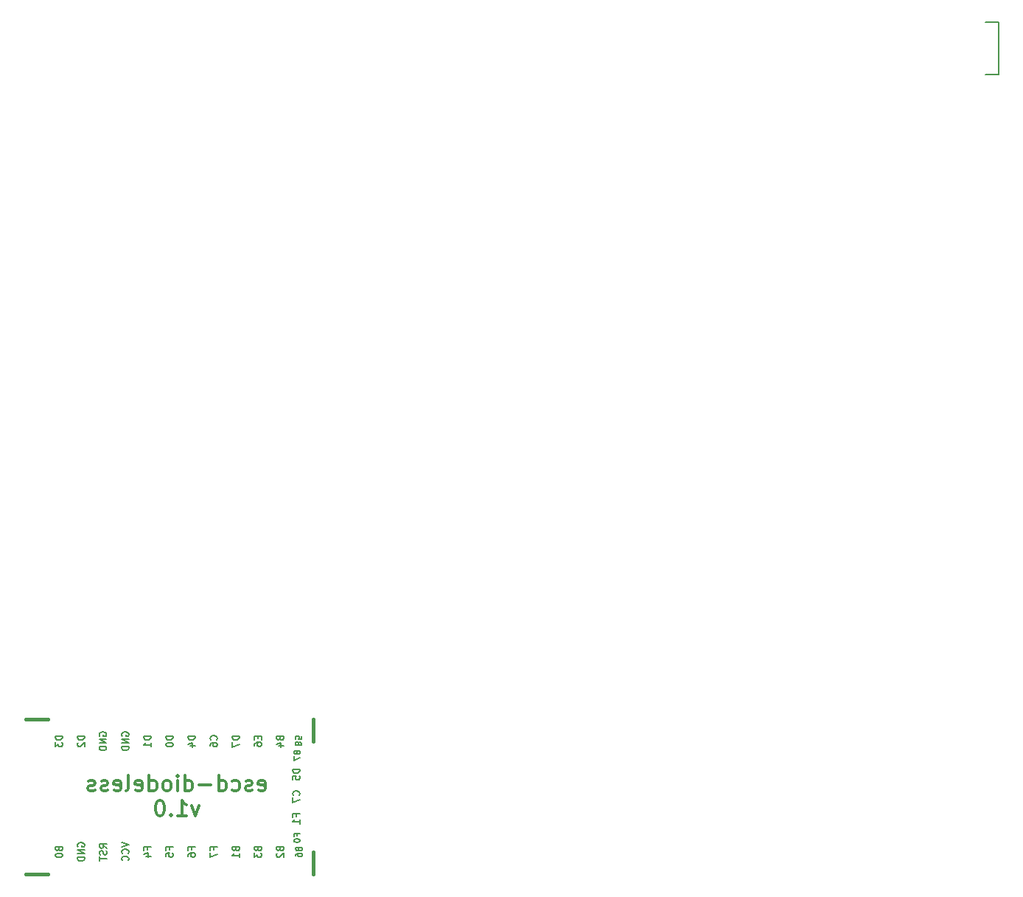
<source format=gbo>
%TF.GenerationSoftware,KiCad,Pcbnew,(6.0.4-0)*%
%TF.CreationDate,2022-04-23T01:33:07+09:00*%
%TF.ProjectId,diodeless,64696f64-656c-4657-9373-2e6b69636164,rev?*%
%TF.SameCoordinates,Original*%
%TF.FileFunction,Legend,Bot*%
%TF.FilePolarity,Positive*%
%FSLAX46Y46*%
G04 Gerber Fmt 4.6, Leading zero omitted, Abs format (unit mm)*
G04 Created by KiCad (PCBNEW (6.0.4-0)) date 2022-04-23 01:33:07*
%MOMM*%
%LPD*%
G01*
G04 APERTURE LIST*
%ADD10C,0.300000*%
%ADD11C,0.150000*%
%ADD12C,0.381000*%
G04 APERTURE END LIST*
D10*
X38994171Y-132273971D02*
X39165600Y-132359685D01*
X39508457Y-132359685D01*
X39679885Y-132273971D01*
X39765600Y-132102542D01*
X39765600Y-131416828D01*
X39679885Y-131245400D01*
X39508457Y-131159685D01*
X39165600Y-131159685D01*
X38994171Y-131245400D01*
X38908457Y-131416828D01*
X38908457Y-131588257D01*
X39765600Y-131759685D01*
X38222742Y-132273971D02*
X38051314Y-132359685D01*
X37708457Y-132359685D01*
X37537028Y-132273971D01*
X37451314Y-132102542D01*
X37451314Y-132016828D01*
X37537028Y-131845400D01*
X37708457Y-131759685D01*
X37965600Y-131759685D01*
X38137028Y-131673971D01*
X38222742Y-131502542D01*
X38222742Y-131416828D01*
X38137028Y-131245400D01*
X37965600Y-131159685D01*
X37708457Y-131159685D01*
X37537028Y-131245400D01*
X35908457Y-132273971D02*
X36079885Y-132359685D01*
X36422742Y-132359685D01*
X36594171Y-132273971D01*
X36679885Y-132188257D01*
X36765600Y-132016828D01*
X36765600Y-131502542D01*
X36679885Y-131331114D01*
X36594171Y-131245400D01*
X36422742Y-131159685D01*
X36079885Y-131159685D01*
X35908457Y-131245400D01*
X34365600Y-132359685D02*
X34365600Y-130559685D01*
X34365600Y-132273971D02*
X34537028Y-132359685D01*
X34879885Y-132359685D01*
X35051314Y-132273971D01*
X35137028Y-132188257D01*
X35222742Y-132016828D01*
X35222742Y-131502542D01*
X35137028Y-131331114D01*
X35051314Y-131245400D01*
X34879885Y-131159685D01*
X34537028Y-131159685D01*
X34365600Y-131245400D01*
X33508457Y-131673971D02*
X32137028Y-131673971D01*
X30508457Y-132359685D02*
X30508457Y-130559685D01*
X30508457Y-132273971D02*
X30679885Y-132359685D01*
X31022742Y-132359685D01*
X31194171Y-132273971D01*
X31279885Y-132188257D01*
X31365600Y-132016828D01*
X31365600Y-131502542D01*
X31279885Y-131331114D01*
X31194171Y-131245400D01*
X31022742Y-131159685D01*
X30679885Y-131159685D01*
X30508457Y-131245400D01*
X29651314Y-132359685D02*
X29651314Y-131159685D01*
X29651314Y-130559685D02*
X29737028Y-130645400D01*
X29651314Y-130731114D01*
X29565600Y-130645400D01*
X29651314Y-130559685D01*
X29651314Y-130731114D01*
X28537028Y-132359685D02*
X28708457Y-132273971D01*
X28794171Y-132188257D01*
X28879885Y-132016828D01*
X28879885Y-131502542D01*
X28794171Y-131331114D01*
X28708457Y-131245400D01*
X28537028Y-131159685D01*
X28279885Y-131159685D01*
X28108457Y-131245400D01*
X28022742Y-131331114D01*
X27937028Y-131502542D01*
X27937028Y-132016828D01*
X28022742Y-132188257D01*
X28108457Y-132273971D01*
X28279885Y-132359685D01*
X28537028Y-132359685D01*
X26394171Y-132359685D02*
X26394171Y-130559685D01*
X26394171Y-132273971D02*
X26565600Y-132359685D01*
X26908457Y-132359685D01*
X27079885Y-132273971D01*
X27165600Y-132188257D01*
X27251314Y-132016828D01*
X27251314Y-131502542D01*
X27165600Y-131331114D01*
X27079885Y-131245400D01*
X26908457Y-131159685D01*
X26565600Y-131159685D01*
X26394171Y-131245400D01*
X24851314Y-132273971D02*
X25022742Y-132359685D01*
X25365600Y-132359685D01*
X25537028Y-132273971D01*
X25622742Y-132102542D01*
X25622742Y-131416828D01*
X25537028Y-131245400D01*
X25365600Y-131159685D01*
X25022742Y-131159685D01*
X24851314Y-131245400D01*
X24765600Y-131416828D01*
X24765600Y-131588257D01*
X25622742Y-131759685D01*
X23737028Y-132359685D02*
X23908457Y-132273971D01*
X23994171Y-132102542D01*
X23994171Y-130559685D01*
X22365600Y-132273971D02*
X22537028Y-132359685D01*
X22879885Y-132359685D01*
X23051314Y-132273971D01*
X23137028Y-132102542D01*
X23137028Y-131416828D01*
X23051314Y-131245400D01*
X22879885Y-131159685D01*
X22537028Y-131159685D01*
X22365600Y-131245400D01*
X22279885Y-131416828D01*
X22279885Y-131588257D01*
X23137028Y-131759685D01*
X21594171Y-132273971D02*
X21422742Y-132359685D01*
X21079885Y-132359685D01*
X20908457Y-132273971D01*
X20822742Y-132102542D01*
X20822742Y-132016828D01*
X20908457Y-131845400D01*
X21079885Y-131759685D01*
X21337028Y-131759685D01*
X21508457Y-131673971D01*
X21594171Y-131502542D01*
X21594171Y-131416828D01*
X21508457Y-131245400D01*
X21337028Y-131159685D01*
X21079885Y-131159685D01*
X20908457Y-131245400D01*
X20137028Y-132273971D02*
X19965600Y-132359685D01*
X19622742Y-132359685D01*
X19451314Y-132273971D01*
X19365600Y-132102542D01*
X19365600Y-132016828D01*
X19451314Y-131845400D01*
X19622742Y-131759685D01*
X19879885Y-131759685D01*
X20051314Y-131673971D01*
X20137028Y-131502542D01*
X20137028Y-131416828D01*
X20051314Y-131245400D01*
X19879885Y-131159685D01*
X19622742Y-131159685D01*
X19451314Y-131245400D01*
X32137028Y-134057685D02*
X31708457Y-135257685D01*
X31279885Y-134057685D01*
X29651314Y-135257685D02*
X30679885Y-135257685D01*
X30165600Y-135257685D02*
X30165600Y-133457685D01*
X30337028Y-133714828D01*
X30508457Y-133886257D01*
X30679885Y-133971971D01*
X28879885Y-135086257D02*
X28794171Y-135171971D01*
X28879885Y-135257685D01*
X28965600Y-135171971D01*
X28879885Y-135086257D01*
X28879885Y-135257685D01*
X27679885Y-133457685D02*
X27508457Y-133457685D01*
X27337028Y-133543400D01*
X27251314Y-133629114D01*
X27165600Y-133800542D01*
X27079885Y-134143400D01*
X27079885Y-134571971D01*
X27165600Y-134914828D01*
X27251314Y-135086257D01*
X27337028Y-135171971D01*
X27508457Y-135257685D01*
X27679885Y-135257685D01*
X27851314Y-135171971D01*
X27937028Y-135086257D01*
X28022742Y-134914828D01*
X28108457Y-134571971D01*
X28108457Y-134143400D01*
X28022742Y-133800542D01*
X27937028Y-133629114D01*
X27851314Y-133543400D01*
X27679885Y-133457685D01*
D11*
%TO.C,U1*%
X43337000Y-137520666D02*
X43337000Y-137287333D01*
X43703666Y-137287333D02*
X43003666Y-137287333D01*
X43003666Y-137620666D01*
X43003666Y-138020666D02*
X43003666Y-138087333D01*
X43037000Y-138154000D01*
X43070333Y-138187333D01*
X43137000Y-138220666D01*
X43270333Y-138254000D01*
X43437000Y-138254000D01*
X43570333Y-138220666D01*
X43637000Y-138187333D01*
X43670333Y-138154000D01*
X43703666Y-138087333D01*
X43703666Y-138020666D01*
X43670333Y-137954000D01*
X43637000Y-137920666D01*
X43570333Y-137887333D01*
X43437000Y-137854000D01*
X43270333Y-137854000D01*
X43137000Y-137887333D01*
X43070333Y-137920666D01*
X43037000Y-137954000D01*
X43003666Y-138020666D01*
X38857857Y-126097619D02*
X38857857Y-126364285D01*
X39276904Y-126478571D02*
X39276904Y-126097619D01*
X38476904Y-126097619D01*
X38476904Y-126478571D01*
X38476904Y-127164285D02*
X38476904Y-127011904D01*
X38515000Y-126935714D01*
X38553095Y-126897619D01*
X38667380Y-126821428D01*
X38819761Y-126783333D01*
X39124523Y-126783333D01*
X39200714Y-126821428D01*
X39238809Y-126859523D01*
X39276904Y-126935714D01*
X39276904Y-127088095D01*
X39238809Y-127164285D01*
X39200714Y-127202380D01*
X39124523Y-127240476D01*
X38934047Y-127240476D01*
X38857857Y-127202380D01*
X38819761Y-127164285D01*
X38781666Y-127088095D01*
X38781666Y-126935714D01*
X38819761Y-126859523D01*
X38857857Y-126821428D01*
X38934047Y-126783333D01*
X28697857Y-139083333D02*
X28697857Y-138816666D01*
X29116904Y-138816666D02*
X28316904Y-138816666D01*
X28316904Y-139197619D01*
X28316904Y-139883333D02*
X28316904Y-139502380D01*
X28697857Y-139464285D01*
X28659761Y-139502380D01*
X28621666Y-139578571D01*
X28621666Y-139769047D01*
X28659761Y-139845238D01*
X28697857Y-139883333D01*
X28774047Y-139921428D01*
X28964523Y-139921428D01*
X29040714Y-139883333D01*
X29078809Y-139845238D01*
X29116904Y-139769047D01*
X29116904Y-139578571D01*
X29078809Y-139502380D01*
X29040714Y-139464285D01*
X23275000Y-126040476D02*
X23236904Y-125964285D01*
X23236904Y-125850000D01*
X23275000Y-125735714D01*
X23351190Y-125659523D01*
X23427380Y-125621428D01*
X23579761Y-125583333D01*
X23694047Y-125583333D01*
X23846428Y-125621428D01*
X23922619Y-125659523D01*
X23998809Y-125735714D01*
X24036904Y-125850000D01*
X24036904Y-125926190D01*
X23998809Y-126040476D01*
X23960714Y-126078571D01*
X23694047Y-126078571D01*
X23694047Y-125926190D01*
X24036904Y-126421428D02*
X23236904Y-126421428D01*
X24036904Y-126878571D01*
X23236904Y-126878571D01*
X24036904Y-127259523D02*
X23236904Y-127259523D01*
X23236904Y-127450000D01*
X23275000Y-127564285D01*
X23351190Y-127640476D01*
X23427380Y-127678571D01*
X23579761Y-127716666D01*
X23694047Y-127716666D01*
X23846428Y-127678571D01*
X23922619Y-127640476D01*
X23998809Y-127564285D01*
X24036904Y-127450000D01*
X24036904Y-127259523D01*
X41397857Y-126326190D02*
X41435952Y-126440476D01*
X41474047Y-126478571D01*
X41550238Y-126516666D01*
X41664523Y-126516666D01*
X41740714Y-126478571D01*
X41778809Y-126440476D01*
X41816904Y-126364285D01*
X41816904Y-126059523D01*
X41016904Y-126059523D01*
X41016904Y-126326190D01*
X41055000Y-126402380D01*
X41093095Y-126440476D01*
X41169285Y-126478571D01*
X41245476Y-126478571D01*
X41321666Y-126440476D01*
X41359761Y-126402380D01*
X41397857Y-126326190D01*
X41397857Y-126059523D01*
X41283571Y-127202380D02*
X41816904Y-127202380D01*
X40978809Y-127011904D02*
X41550238Y-126821428D01*
X41550238Y-127316666D01*
X34120714Y-126516666D02*
X34158809Y-126478571D01*
X34196904Y-126364285D01*
X34196904Y-126288095D01*
X34158809Y-126173809D01*
X34082619Y-126097619D01*
X34006428Y-126059523D01*
X33854047Y-126021428D01*
X33739761Y-126021428D01*
X33587380Y-126059523D01*
X33511190Y-126097619D01*
X33435000Y-126173809D01*
X33396904Y-126288095D01*
X33396904Y-126364285D01*
X33435000Y-126478571D01*
X33473095Y-126516666D01*
X33396904Y-127202380D02*
X33396904Y-127050000D01*
X33435000Y-126973809D01*
X33473095Y-126935714D01*
X33587380Y-126859523D01*
X33739761Y-126821428D01*
X34044523Y-126821428D01*
X34120714Y-126859523D01*
X34158809Y-126897619D01*
X34196904Y-126973809D01*
X34196904Y-127126190D01*
X34158809Y-127202380D01*
X34120714Y-127240476D01*
X34044523Y-127278571D01*
X33854047Y-127278571D01*
X33777857Y-127240476D01*
X33739761Y-127202380D01*
X33701666Y-127126190D01*
X33701666Y-126973809D01*
X33739761Y-126897619D01*
X33777857Y-126859523D01*
X33854047Y-126821428D01*
X41397857Y-139026190D02*
X41435952Y-139140476D01*
X41474047Y-139178571D01*
X41550238Y-139216666D01*
X41664523Y-139216666D01*
X41740714Y-139178571D01*
X41778809Y-139140476D01*
X41816904Y-139064285D01*
X41816904Y-138759523D01*
X41016904Y-138759523D01*
X41016904Y-139026190D01*
X41055000Y-139102380D01*
X41093095Y-139140476D01*
X41169285Y-139178571D01*
X41245476Y-139178571D01*
X41321666Y-139140476D01*
X41359761Y-139102380D01*
X41397857Y-139026190D01*
X41397857Y-138759523D01*
X41093095Y-139521428D02*
X41055000Y-139559523D01*
X41016904Y-139635714D01*
X41016904Y-139826190D01*
X41055000Y-139902380D01*
X41093095Y-139940476D01*
X41169285Y-139978571D01*
X41245476Y-139978571D01*
X41359761Y-139940476D01*
X41816904Y-139483333D01*
X41816904Y-139978571D01*
X43256857Y-135273333D02*
X43256857Y-135006666D01*
X43675904Y-135006666D02*
X42875904Y-135006666D01*
X42875904Y-135387619D01*
X43675904Y-136111428D02*
X43675904Y-135654285D01*
X43675904Y-135882857D02*
X42875904Y-135882857D01*
X42990190Y-135806666D01*
X43066380Y-135730476D01*
X43104476Y-135654285D01*
X18195000Y-138740476D02*
X18156904Y-138664285D01*
X18156904Y-138550000D01*
X18195000Y-138435714D01*
X18271190Y-138359523D01*
X18347380Y-138321428D01*
X18499761Y-138283333D01*
X18614047Y-138283333D01*
X18766428Y-138321428D01*
X18842619Y-138359523D01*
X18918809Y-138435714D01*
X18956904Y-138550000D01*
X18956904Y-138626190D01*
X18918809Y-138740476D01*
X18880714Y-138778571D01*
X18614047Y-138778571D01*
X18614047Y-138626190D01*
X18956904Y-139121428D02*
X18156904Y-139121428D01*
X18956904Y-139578571D01*
X18156904Y-139578571D01*
X18956904Y-139959523D02*
X18156904Y-139959523D01*
X18156904Y-140150000D01*
X18195000Y-140264285D01*
X18271190Y-140340476D01*
X18347380Y-140378571D01*
X18499761Y-140416666D01*
X18614047Y-140416666D01*
X18766428Y-140378571D01*
X18842619Y-140340476D01*
X18918809Y-140264285D01*
X18956904Y-140150000D01*
X18956904Y-139959523D01*
X31656904Y-126059523D02*
X30856904Y-126059523D01*
X30856904Y-126250000D01*
X30895000Y-126364285D01*
X30971190Y-126440476D01*
X31047380Y-126478571D01*
X31199761Y-126516666D01*
X31314047Y-126516666D01*
X31466428Y-126478571D01*
X31542619Y-126440476D01*
X31618809Y-126364285D01*
X31656904Y-126250000D01*
X31656904Y-126059523D01*
X31123571Y-127202380D02*
X31656904Y-127202380D01*
X30818809Y-127011904D02*
X31390238Y-126821428D01*
X31390238Y-127316666D01*
X23236904Y-138283333D02*
X24036904Y-138550000D01*
X23236904Y-138816666D01*
X23960714Y-139540476D02*
X23998809Y-139502380D01*
X24036904Y-139388095D01*
X24036904Y-139311904D01*
X23998809Y-139197619D01*
X23922619Y-139121428D01*
X23846428Y-139083333D01*
X23694047Y-139045238D01*
X23579761Y-139045238D01*
X23427380Y-139083333D01*
X23351190Y-139121428D01*
X23275000Y-139197619D01*
X23236904Y-139311904D01*
X23236904Y-139388095D01*
X23275000Y-139502380D01*
X23313095Y-139540476D01*
X23960714Y-140340476D02*
X23998809Y-140302380D01*
X24036904Y-140188095D01*
X24036904Y-140111904D01*
X23998809Y-139997619D01*
X23922619Y-139921428D01*
X23846428Y-139883333D01*
X23694047Y-139845238D01*
X23579761Y-139845238D01*
X23427380Y-139883333D01*
X23351190Y-139921428D01*
X23275000Y-139997619D01*
X23236904Y-140111904D01*
X23236904Y-140188095D01*
X23275000Y-140302380D01*
X23313095Y-140340476D01*
X43537000Y-126883333D02*
X43503666Y-126783333D01*
X43470333Y-126750000D01*
X43403666Y-126716666D01*
X43303666Y-126716666D01*
X43237000Y-126750000D01*
X43203666Y-126783333D01*
X43170333Y-126850000D01*
X43170333Y-127116666D01*
X43870333Y-127116666D01*
X43870333Y-126883333D01*
X43837000Y-126816666D01*
X43803666Y-126783333D01*
X43737000Y-126750000D01*
X43670333Y-126750000D01*
X43603666Y-126783333D01*
X43570333Y-126816666D01*
X43537000Y-126883333D01*
X43537000Y-127116666D01*
X43870333Y-126083333D02*
X43870333Y-126416666D01*
X43537000Y-126450000D01*
X43570333Y-126416666D01*
X43603666Y-126350000D01*
X43603666Y-126183333D01*
X43570333Y-126116666D01*
X43537000Y-126083333D01*
X43470333Y-126050000D01*
X43303666Y-126050000D01*
X43237000Y-126083333D01*
X43203666Y-126116666D01*
X43170333Y-126183333D01*
X43170333Y-126350000D01*
X43203666Y-126416666D01*
X43237000Y-126450000D01*
X36317857Y-139026190D02*
X36355952Y-139140476D01*
X36394047Y-139178571D01*
X36470238Y-139216666D01*
X36584523Y-139216666D01*
X36660714Y-139178571D01*
X36698809Y-139140476D01*
X36736904Y-139064285D01*
X36736904Y-138759523D01*
X35936904Y-138759523D01*
X35936904Y-139026190D01*
X35975000Y-139102380D01*
X36013095Y-139140476D01*
X36089285Y-139178571D01*
X36165476Y-139178571D01*
X36241666Y-139140476D01*
X36279761Y-139102380D01*
X36317857Y-139026190D01*
X36317857Y-138759523D01*
X36736904Y-139978571D02*
X36736904Y-139521428D01*
X36736904Y-139750000D02*
X35936904Y-139750000D01*
X36051190Y-139673809D01*
X36127380Y-139597619D01*
X36165476Y-139521428D01*
X36736904Y-126059523D02*
X35936904Y-126059523D01*
X35936904Y-126250000D01*
X35975000Y-126364285D01*
X36051190Y-126440476D01*
X36127380Y-126478571D01*
X36279761Y-126516666D01*
X36394047Y-126516666D01*
X36546428Y-126478571D01*
X36622619Y-126440476D01*
X36698809Y-126364285D01*
X36736904Y-126250000D01*
X36736904Y-126059523D01*
X35936904Y-126783333D02*
X35936904Y-127316666D01*
X36736904Y-126973809D01*
X43599714Y-132866666D02*
X43637809Y-132828571D01*
X43675904Y-132714285D01*
X43675904Y-132638095D01*
X43637809Y-132523809D01*
X43561619Y-132447619D01*
X43485428Y-132409523D01*
X43333047Y-132371428D01*
X43218761Y-132371428D01*
X43066380Y-132409523D01*
X42990190Y-132447619D01*
X42914000Y-132523809D01*
X42875904Y-132638095D01*
X42875904Y-132714285D01*
X42914000Y-132828571D01*
X42952095Y-132866666D01*
X42875904Y-133133333D02*
X42875904Y-133666666D01*
X43675904Y-133323809D01*
X15997857Y-139026190D02*
X16035952Y-139140476D01*
X16074047Y-139178571D01*
X16150238Y-139216666D01*
X16264523Y-139216666D01*
X16340714Y-139178571D01*
X16378809Y-139140476D01*
X16416904Y-139064285D01*
X16416904Y-138759523D01*
X15616904Y-138759523D01*
X15616904Y-139026190D01*
X15655000Y-139102380D01*
X15693095Y-139140476D01*
X15769285Y-139178571D01*
X15845476Y-139178571D01*
X15921666Y-139140476D01*
X15959761Y-139102380D01*
X15997857Y-139026190D01*
X15997857Y-138759523D01*
X15616904Y-139711904D02*
X15616904Y-139788095D01*
X15655000Y-139864285D01*
X15693095Y-139902380D01*
X15769285Y-139940476D01*
X15921666Y-139978571D01*
X16112142Y-139978571D01*
X16264523Y-139940476D01*
X16340714Y-139902380D01*
X16378809Y-139864285D01*
X16416904Y-139788095D01*
X16416904Y-139711904D01*
X16378809Y-139635714D01*
X16340714Y-139597619D01*
X16264523Y-139559523D01*
X16112142Y-139521428D01*
X15921666Y-139521428D01*
X15769285Y-139559523D01*
X15693095Y-139597619D01*
X15655000Y-139635714D01*
X15616904Y-139711904D01*
X38857857Y-139026190D02*
X38895952Y-139140476D01*
X38934047Y-139178571D01*
X39010238Y-139216666D01*
X39124523Y-139216666D01*
X39200714Y-139178571D01*
X39238809Y-139140476D01*
X39276904Y-139064285D01*
X39276904Y-138759523D01*
X38476904Y-138759523D01*
X38476904Y-139026190D01*
X38515000Y-139102380D01*
X38553095Y-139140476D01*
X38629285Y-139178571D01*
X38705476Y-139178571D01*
X38781666Y-139140476D01*
X38819761Y-139102380D01*
X38857857Y-139026190D01*
X38857857Y-138759523D01*
X38476904Y-139483333D02*
X38476904Y-139978571D01*
X38781666Y-139711904D01*
X38781666Y-139826190D01*
X38819761Y-139902380D01*
X38857857Y-139940476D01*
X38934047Y-139978571D01*
X39124523Y-139978571D01*
X39200714Y-139940476D01*
X39238809Y-139902380D01*
X39276904Y-139826190D01*
X39276904Y-139597619D01*
X39238809Y-139521428D01*
X39200714Y-139483333D01*
X43337000Y-127962666D02*
X43370333Y-128062666D01*
X43403666Y-128096000D01*
X43470333Y-128129333D01*
X43570333Y-128129333D01*
X43637000Y-128096000D01*
X43670333Y-128062666D01*
X43703666Y-127996000D01*
X43703666Y-127729333D01*
X43003666Y-127729333D01*
X43003666Y-127962666D01*
X43037000Y-128029333D01*
X43070333Y-128062666D01*
X43137000Y-128096000D01*
X43203666Y-128096000D01*
X43270333Y-128062666D01*
X43303666Y-128029333D01*
X43337000Y-127962666D01*
X43337000Y-127729333D01*
X43003666Y-128362666D02*
X43003666Y-128829333D01*
X43703666Y-128529333D01*
X31237857Y-139083333D02*
X31237857Y-138816666D01*
X31656904Y-138816666D02*
X30856904Y-138816666D01*
X30856904Y-139197619D01*
X30856904Y-139845238D02*
X30856904Y-139692857D01*
X30895000Y-139616666D01*
X30933095Y-139578571D01*
X31047380Y-139502380D01*
X31199761Y-139464285D01*
X31504523Y-139464285D01*
X31580714Y-139502380D01*
X31618809Y-139540476D01*
X31656904Y-139616666D01*
X31656904Y-139769047D01*
X31618809Y-139845238D01*
X31580714Y-139883333D01*
X31504523Y-139921428D01*
X31314047Y-139921428D01*
X31237857Y-139883333D01*
X31199761Y-139845238D01*
X31161666Y-139769047D01*
X31161666Y-139616666D01*
X31199761Y-139540476D01*
X31237857Y-139502380D01*
X31314047Y-139464285D01*
X29116904Y-126059523D02*
X28316904Y-126059523D01*
X28316904Y-126250000D01*
X28355000Y-126364285D01*
X28431190Y-126440476D01*
X28507380Y-126478571D01*
X28659761Y-126516666D01*
X28774047Y-126516666D01*
X28926428Y-126478571D01*
X29002619Y-126440476D01*
X29078809Y-126364285D01*
X29116904Y-126250000D01*
X29116904Y-126059523D01*
X28316904Y-127011904D02*
X28316904Y-127088095D01*
X28355000Y-127164285D01*
X28393095Y-127202380D01*
X28469285Y-127240476D01*
X28621666Y-127278571D01*
X28812142Y-127278571D01*
X28964523Y-127240476D01*
X29040714Y-127202380D01*
X29078809Y-127164285D01*
X29116904Y-127088095D01*
X29116904Y-127011904D01*
X29078809Y-126935714D01*
X29040714Y-126897619D01*
X28964523Y-126859523D01*
X28812142Y-126821428D01*
X28621666Y-126821428D01*
X28469285Y-126859523D01*
X28393095Y-126897619D01*
X28355000Y-126935714D01*
X28316904Y-127011904D01*
X33777857Y-139083333D02*
X33777857Y-138816666D01*
X34196904Y-138816666D02*
X33396904Y-138816666D01*
X33396904Y-139197619D01*
X33396904Y-139426190D02*
X33396904Y-139959523D01*
X34196904Y-139616666D01*
X26157857Y-139083333D02*
X26157857Y-138816666D01*
X26576904Y-138816666D02*
X25776904Y-138816666D01*
X25776904Y-139197619D01*
X26043571Y-139845238D02*
X26576904Y-139845238D01*
X25738809Y-139654761D02*
X26310238Y-139464285D01*
X26310238Y-139959523D01*
X16416904Y-126059523D02*
X15616904Y-126059523D01*
X15616904Y-126250000D01*
X15655000Y-126364285D01*
X15731190Y-126440476D01*
X15807380Y-126478571D01*
X15959761Y-126516666D01*
X16074047Y-126516666D01*
X16226428Y-126478571D01*
X16302619Y-126440476D01*
X16378809Y-126364285D01*
X16416904Y-126250000D01*
X16416904Y-126059523D01*
X15616904Y-126783333D02*
X15616904Y-127278571D01*
X15921666Y-127011904D01*
X15921666Y-127126190D01*
X15959761Y-127202380D01*
X15997857Y-127240476D01*
X16074047Y-127278571D01*
X16264523Y-127278571D01*
X16340714Y-127240476D01*
X16378809Y-127202380D01*
X16416904Y-127126190D01*
X16416904Y-126897619D01*
X16378809Y-126821428D01*
X16340714Y-126783333D01*
X21496904Y-138911904D02*
X21115952Y-138645238D01*
X21496904Y-138454761D02*
X20696904Y-138454761D01*
X20696904Y-138759523D01*
X20735000Y-138835714D01*
X20773095Y-138873809D01*
X20849285Y-138911904D01*
X20963571Y-138911904D01*
X21039761Y-138873809D01*
X21077857Y-138835714D01*
X21115952Y-138759523D01*
X21115952Y-138454761D01*
X21458809Y-139216666D02*
X21496904Y-139330952D01*
X21496904Y-139521428D01*
X21458809Y-139597619D01*
X21420714Y-139635714D01*
X21344523Y-139673809D01*
X21268333Y-139673809D01*
X21192142Y-139635714D01*
X21154047Y-139597619D01*
X21115952Y-139521428D01*
X21077857Y-139369047D01*
X21039761Y-139292857D01*
X21001666Y-139254761D01*
X20925476Y-139216666D01*
X20849285Y-139216666D01*
X20773095Y-139254761D01*
X20735000Y-139292857D01*
X20696904Y-139369047D01*
X20696904Y-139559523D01*
X20735000Y-139673809D01*
X20696904Y-139902380D02*
X20696904Y-140359523D01*
X21496904Y-140130952D02*
X20696904Y-140130952D01*
X26576904Y-126059523D02*
X25776904Y-126059523D01*
X25776904Y-126250000D01*
X25815000Y-126364285D01*
X25891190Y-126440476D01*
X25967380Y-126478571D01*
X26119761Y-126516666D01*
X26234047Y-126516666D01*
X26386428Y-126478571D01*
X26462619Y-126440476D01*
X26538809Y-126364285D01*
X26576904Y-126250000D01*
X26576904Y-126059523D01*
X26576904Y-127278571D02*
X26576904Y-126821428D01*
X26576904Y-127050000D02*
X25776904Y-127050000D01*
X25891190Y-126973809D01*
X25967380Y-126897619D01*
X26005476Y-126821428D01*
X43564000Y-139066666D02*
X43597333Y-139166666D01*
X43630666Y-139200000D01*
X43697333Y-139233333D01*
X43797333Y-139233333D01*
X43864000Y-139200000D01*
X43897333Y-139166666D01*
X43930666Y-139100000D01*
X43930666Y-138833333D01*
X43230666Y-138833333D01*
X43230666Y-139066666D01*
X43264000Y-139133333D01*
X43297333Y-139166666D01*
X43364000Y-139200000D01*
X43430666Y-139200000D01*
X43497333Y-139166666D01*
X43530666Y-139133333D01*
X43564000Y-139066666D01*
X43564000Y-138833333D01*
X43230666Y-139833333D02*
X43230666Y-139700000D01*
X43264000Y-139633333D01*
X43297333Y-139600000D01*
X43397333Y-139533333D01*
X43530666Y-139500000D01*
X43797333Y-139500000D01*
X43864000Y-139533333D01*
X43897333Y-139566666D01*
X43930666Y-139633333D01*
X43930666Y-139766666D01*
X43897333Y-139833333D01*
X43864000Y-139866666D01*
X43797333Y-139900000D01*
X43630666Y-139900000D01*
X43564000Y-139866666D01*
X43530666Y-139833333D01*
X43497333Y-139766666D01*
X43497333Y-139633333D01*
X43530666Y-139566666D01*
X43564000Y-139533333D01*
X43630666Y-139500000D01*
X20705000Y-126040476D02*
X20666904Y-125964285D01*
X20666904Y-125850000D01*
X20705000Y-125735714D01*
X20781190Y-125659523D01*
X20857380Y-125621428D01*
X21009761Y-125583333D01*
X21124047Y-125583333D01*
X21276428Y-125621428D01*
X21352619Y-125659523D01*
X21428809Y-125735714D01*
X21466904Y-125850000D01*
X21466904Y-125926190D01*
X21428809Y-126040476D01*
X21390714Y-126078571D01*
X21124047Y-126078571D01*
X21124047Y-125926190D01*
X21466904Y-126421428D02*
X20666904Y-126421428D01*
X21466904Y-126878571D01*
X20666904Y-126878571D01*
X21466904Y-127259523D02*
X20666904Y-127259523D01*
X20666904Y-127450000D01*
X20705000Y-127564285D01*
X20781190Y-127640476D01*
X20857380Y-127678571D01*
X21009761Y-127716666D01*
X21124047Y-127716666D01*
X21276428Y-127678571D01*
X21352619Y-127640476D01*
X21428809Y-127564285D01*
X21466904Y-127450000D01*
X21466904Y-127259523D01*
X43675904Y-129869523D02*
X42875904Y-129869523D01*
X42875904Y-130060000D01*
X42914000Y-130174285D01*
X42990190Y-130250476D01*
X43066380Y-130288571D01*
X43218761Y-130326666D01*
X43333047Y-130326666D01*
X43485428Y-130288571D01*
X43561619Y-130250476D01*
X43637809Y-130174285D01*
X43675904Y-130060000D01*
X43675904Y-129869523D01*
X42875904Y-131050476D02*
X42875904Y-130669523D01*
X43256857Y-130631428D01*
X43218761Y-130669523D01*
X43180666Y-130745714D01*
X43180666Y-130936190D01*
X43218761Y-131012380D01*
X43256857Y-131050476D01*
X43333047Y-131088571D01*
X43523523Y-131088571D01*
X43599714Y-131050476D01*
X43637809Y-131012380D01*
X43675904Y-130936190D01*
X43675904Y-130745714D01*
X43637809Y-130669523D01*
X43599714Y-130631428D01*
X18956904Y-126059523D02*
X18156904Y-126059523D01*
X18156904Y-126250000D01*
X18195000Y-126364285D01*
X18271190Y-126440476D01*
X18347380Y-126478571D01*
X18499761Y-126516666D01*
X18614047Y-126516666D01*
X18766428Y-126478571D01*
X18842619Y-126440476D01*
X18918809Y-126364285D01*
X18956904Y-126250000D01*
X18956904Y-126059523D01*
X18233095Y-126821428D02*
X18195000Y-126859523D01*
X18156904Y-126935714D01*
X18156904Y-127126190D01*
X18195000Y-127202380D01*
X18233095Y-127240476D01*
X18309285Y-127278571D01*
X18385476Y-127278571D01*
X18499761Y-127240476D01*
X18956904Y-126783333D01*
X18956904Y-127278571D01*
D12*
X12245000Y-141890000D02*
X14785000Y-141890000D01*
X45265000Y-139350000D02*
X45265000Y-141890000D01*
X14785000Y-124110000D02*
X12245000Y-124110000D01*
X45265000Y-126650000D02*
X45265000Y-124110000D01*
D11*
%TO.C,J1*%
X123950000Y-44087500D02*
X123950000Y-50087500D01*
X123950000Y-50087500D02*
X122450000Y-50087500D01*
X122450000Y-44087500D02*
X123950000Y-44087500D01*
%TD*%
M02*

</source>
